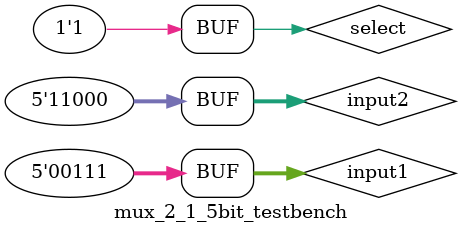
<source format=v>
`define DELAY 20
module mux_2_1_5bit_testbench();

reg select;
reg [4:0] input1, input2;
wire [4:0] out;

mux_2_1_5bit mux_2_1_5bit_test (select, input1, input2, out);

initial begin
	input1 = 5'b00111;
	input2 = 5'b11000;
	select = 1'b0;
	#`DELAY;
	
	input1 = 5'b00111;
	input2 = 5'b11000;
	select = 1'b1;
	#`DELAY;
end

initial begin
	$monitor("select=%1b, input1=%5b, input2=%5b, out=%5b", select, input1, input2, out);
end

endmodule

</source>
